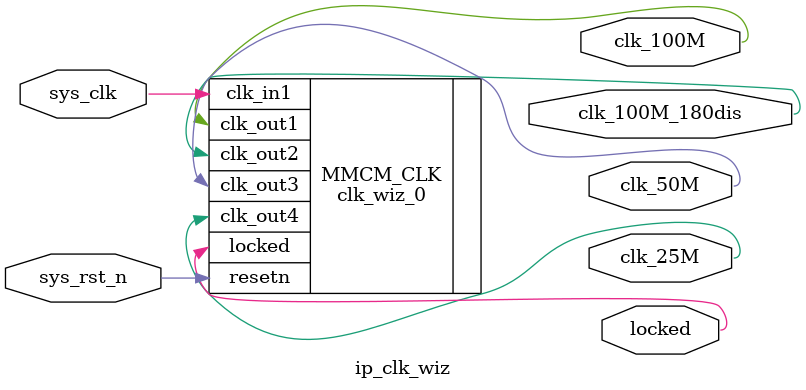
<source format=v>
`timescale 1ns / 1ps


module ip_clk_wiz(
    input           sys_clk,
    input           sys_rst_n,

    output          clk_100M,
    output          clk_100M_180dis,
    output          clk_50M,
    output          clk_25M,
    output          locked
);

clk_wiz_0 MMCM_CLK(
    // Clock out ports
    .clk_out1(clk_100M),            // output clk_out1
    .clk_out2(clk_100M_180dis),     // output clk_out2
    .clk_out3(clk_50M),             // output clk_out3
    .clk_out4(clk_25M),             // output clk_out4
    
    // Status and control signals
    .resetn(sys_rst_n),             // input resetn
    .locked(locked),                // output locked
    
   // Clock in ports
    .clk_in1(sys_clk)               // input clk_in1
);      
endmodule

</source>
